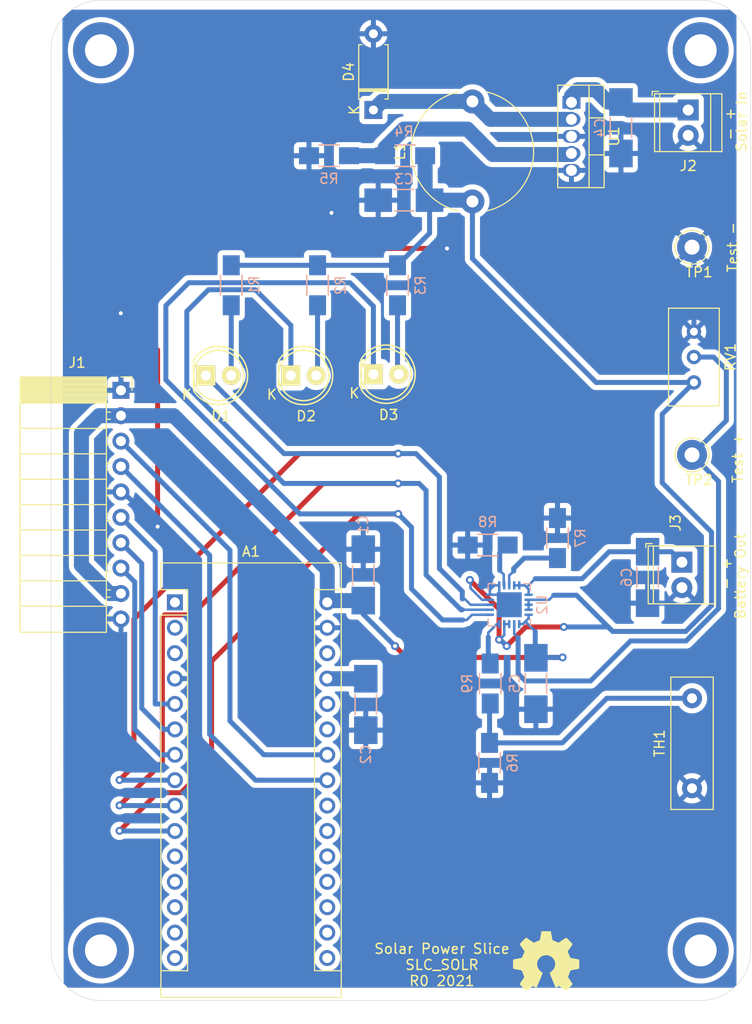
<source format=kicad_pcb>
(kicad_pcb (version 20240108) (generator "pcbnew") (generator_version "8.0")
  (layers (0 "F.Cu" signal) (31 "B.Cu" signal) (34 "B.Paste" user) (35 "F.Paste" user) (36 "B.SilkS" user "B.Silkscreen") (37 "F.SilkS" user "F.Silkscreen") (38 "B.Mask" user) (39 "F.Mask" user) (44 "Edge.Cuts" user))
  (net 0 "")
  (net 1 "Net-(A1-Pad16)")
  (net 2 "Net-(A1-Pad15)")
  (net 3 "Net-(A1-Pad14)")
  (net 4 "GND")
  (net 5 "Net-(A1-Pad13)")
  (net 6 "Net-(A1-Pad28)")
  (net 7 "Net-(A1-Pad12)")
  (net 8 "+5V")
  (net 9 "Net-(A1-Pad11)")
  (net 10 "Net-(A1-Pad26)")
  (net 11 "Net-(A1-Pad25)")
  (net 12 "/I2C_CLK")
  (net 13 "/I2C_DAT")
  (net 14 "Net-(A1-Pad22)")
  (net 15 "/SYNC")
  (net 16 "Net-(A1-Pad21)")
  (net 17 "/E_STOP")
  (net 18 "Net-(A1-Pad20)")
  (net 19 "Net-(A1-Pad19)")
  (net 20 "Net-(A1-Pad3)")
  (net 21 "Net-(A1-Pad18)")
  (net 22 "Net-(A1-Pad2)")
  (net 23 "Net-(A1-Pad17)")
  (net 24 "Net-(A1-Pad1)")
  (net 25 "/INT")
  (net 26 "/CHG")
  (net 27 "/DONE")
  (net 28 "/PG")
  (net 29 "/PWR")
  (net 30 "VCC")
  (net 31 "Net-(C4-Pad1)")
  (net 32 "Net-(C6-Pad1)")
  (net 33 "Net-(D1-Pad2)")
  (net 34 "Net-(D2-Pad2)")
  (net 35 "Net-(D3-Pad2)")
  (net 36 "Net-(D4-Pad1)")
  (net 37 "Net-(R4-Pad1)")
  (net 38 "Net-(R6-Pad2)")
  (net 39 "Net-(R7-Pad1)")
  (net 40 "Net-(R8-Pad1)")
  (net 41 "Net-(R9-Pad1)")
  (net 42 "Net-(RV1-Pad2)")
  (footprint "MountingHole:MountingHole_3.2mm_M3_DIN965_Pad" (layer "F.Cu") (at 127.6 44.8)
    (property "Reference" "H1" (hide yes))
    (property "Value" "MountingHole")
    (pad "1" thru_hole circle (at 0 0) (size 5.6 5.6) (drill 3.2) (layers "*.Cu" "*.Mask"))
  )
  (footprint "MountingHole:MountingHole_3.2mm_M3_DIN965_Pad" (layer "F.Cu") (at 187.6 44.8)
    (property "Reference" "H2" (hide yes))
    (property "Value" "MountingHole")
    (pad "1" thru_hole circle (at 0 0) (size 5.6 5.6) (drill 3.2) (layers "*.Cu" "*.Mask"))
  )
  (footprint "MountingHole:MountingHole_3.2mm_M3_DIN965_Pad" (layer "F.Cu") (at 127.6 134.8)
    (property "Reference" "H3" (hide yes))
    (property "Value" "MountingHole")
    (pad "1" thru_hole circle (at 0 0) (size 5.6 5.6) (drill 3.2) (layers "*.Cu" "*.Mask"))
  )
  (footprint "MountingHole:MountingHole_3.2mm_M3_DIN965_Pad" (layer "F.Cu") (at 187.6 134.8)
    (property "Reference" "H4" (hide yes))
    (property "Value" "MountingHole")
    (pad "1" thru_hole circle (at 0 0) (size 5.6 5.6) (drill 3.2) (layers "*.Cu" "*.Mask"))
  )
  (footprint "Module:Arduino_Nano" (layer "F.Cu") (at 135 100)
    (property "Reference" "A1" (at 7.62 -5.08 0) (layer "F.SilkS"))
    (property "Value" "Arduino_Nano_v3.x")
    (pad "1" thru_hole rect (at 0 0) (size 1.6 1.6) (drill 1) (layers "*.Cu" "*.Mask") (net 24 "Net-(A1-Pad1)"))
    (pad "2" thru_hole oval (at 0 2.54) (size 1.6 1.6) (drill 1) (layers "*.Cu" "*.Mask") (net 22 "Net-(A1-Pad2)"))
    (pad "3" thru_hole oval (at 0 5.08) (size 1.6 1.6) (drill 1) (layers "*.Cu" "*.Mask") (net 20 "Net-(A1-Pad3)"))
    (pad "4" thru_hole oval (at 0 7.62) (size 1.6 1.6) (drill 1) (layers "*.Cu" "*.Mask") (net 4 "GND"))
    (pad "5" thru_hole oval (at 0 10.16) (size 1.6 1.6) (drill 1) (layers "*.Cu" "*.Mask") (net 17 "/E_STOP"))
    (pad "6" thru_hole oval (at 0 12.7) (size 1.6 1.6) (drill 1) (layers "*.Cu" "*.Mask") (net 25 "/INT"))
    (pad "7" thru_hole oval (at 0 15.24) (size 1.6 1.6) (drill 1) (layers "*.Cu" "*.Mask") (net 15 "/SYNC"))
    (pad "8" thru_hole oval (at 0 17.78) (size 1.6 1.6) (drill 1) (layers "*.Cu" "*.Mask") (net 26 "/CHG"))
    (pad "9" thru_hole oval (at 0 20.32) (size 1.6 1.6) (drill 1) (layers "*.Cu" "*.Mask") (net 27 "/DONE"))
    (pad "10" thru_hole oval (at 0 22.86) (size 1.6 1.6) (drill 1) (layers "*.Cu" "*.Mask") (net 28 "/PG"))
    (pad "11" thru_hole oval (at 0 25.4) (size 1.6 1.6) (drill 1) (layers "*.Cu" "*.Mask") (net 9 "Net-(A1-Pad11)"))
    (pad "12" thru_hole oval (at 0 27.94) (size 1.6 1.6) (drill 1) (layers "*.Cu" "*.Mask") (net 7 "Net-(A1-Pad12)"))
    (pad "13" thru_hole oval (at 0 30.48) (size 1.6 1.6) (drill 1) (layers "*.Cu" "*.Mask") (net 5 "Net-(A1-Pad13)"))
    (pad "14" thru_hole oval (at 0 33.02) (size 1.6 1.6) (drill 1) (layers "*.Cu" "*.Mask") (net 3 "Net-(A1-Pad14)"))
    (pad "15" thru_hole oval (at 0 35.56) (size 1.6 1.6) (drill 1) (layers "*.Cu" "*.Mask") (net 2 "Net-(A1-Pad15)"))
    (pad "16" thru_hole oval (at 15.24 35.56) (size 1.6 1.6) (drill 1) (layers "*.Cu" "*.Mask") (net 1 "Net-(A1-Pad16)"))
    (pad "17" thru_hole oval (at 15.24 33.02) (size 1.6 1.6) (drill 1) (layers "*.Cu" "*.Mask") (net 23 "Net-(A1-Pad17)"))
    (pad "18" thru_hole oval (at 15.24 30.48) (size 1.6 1.6) (drill 1) (layers "*.Cu" "*.Mask") (net 21 "Net-(A1-Pad18)"))
    (pad "19" thru_hole oval (at 15.24 27.94) (size 1.6 1.6) (drill 1) (layers "*.Cu" "*.Mask") (net 19 "Net-(A1-Pad19)"))
    (pad "20" thru_hole oval (at 15.24 25.4) (size 1.6 1.6) (drill 1) (layers "*.Cu" "*.Mask") (net 18 "Net-(A1-Pad20)"))
    (pad "21" thru_hole oval (at 15.24 22.86) (size 1.6 1.6) (drill 1) (layers "*.Cu" "*.Mask") (net 16 "Net-(A1-Pad21)"))
    (pad "22" thru_hole oval (at 15.24 20.32) (size 1.6 1.6) (drill 1) (layers "*.Cu" "*.Mask") (net 14 "Net-(A1-Pad22)"))
    (pad "23" thru_hole oval (at 15.24 17.78) (size 1.6 1.6) (drill 1) (layers "*.Cu" "*.Mask") (net 13 "/I2C_DAT"))
    (pad "24" thru_hole oval (at 15.24 15.24) (size 1.6 1.6) (drill 1) (layers "*.Cu" "*.Mask") (net 12 "/I2C_CLK"))
    (pad "25" thru_hole oval (at 15.24 12.7) (size 1.6 1.6) (drill 1) (layers "*.Cu" "*.Mask") (net 11 "Net-(A1-Pad25)"))
    (pad "26" thru_hole oval (at 15.24 10.16) (size 1.6 1.6) (drill 1) (layers "*.Cu" "*.Mask") (net 10 "Net-(A1-Pad26)"))
    (pad "27" thru_hole oval (at 15.24 7.62) (size 1.6 1.6) (drill 1) (layers "*.Cu" "*.Mask") (net 8 "+5V"))
    (pad "28" thru_hole oval (at 15.24 5.08) (size 1.6 1.6) (drill 1) (layers "*.Cu" "*.Mask") (net 6 "Net-(A1-Pad28)"))
    (pad "29" thru_hole oval (at 15.24 2.54) (size 1.6 1.6) (drill 1) (layers "*.Cu" "*.Mask") (net 4 "GND"))
    (pad "30" thru_hole oval (at 15.24 0) (size 1.6 1.6) (drill 1) (layers "*.Cu" "*.Mask") (net 29 "/PWR"))
  )
  (footprint "Connector_PinSocket_2.54mm:PinSocket_1x10_P2.54mm_Horizontal" (layer "F.Cu") (at 129.6 78.8)
    (property "Reference" "J1" (at -4.38 -2.77 0) (layer "F.SilkS"))
    (property "Value" "Conn_01x10_Female")
    (pad "1" thru_hole rect (at 0 0) (size 1.7 1.7) (drill 1) (layers "*.Cu" "*.Mask") (net 4 "GND"))
    (pad "2" thru_hole oval (at 0 2.54) (size 1.7 1.7) (drill 1) (layers "*.Cu" "*.Mask") (net 29 "/PWR"))
    (pad "3" thru_hole oval (at 0 5.08) (size 1.7 1.7) (drill 1) (layers "*.Cu" "*.Mask") (net 12 "/I2C_CLK"))
    (pad "4" thru_hole oval (at 0 7.62) (size 1.7 1.7) (drill 1) (layers "*.Cu" "*.Mask") (net 13 "/I2C_DAT"))
    (pad "5" thru_hole oval (at 0 10.16) (size 1.7 1.7) (drill 1) (layers "*.Cu" "*.Mask") (net 4 "GND"))
    (pad "6" thru_hole oval (at 0 12.7) (size 1.7 1.7) (drill 1) (layers "*.Cu" "*.Mask") (net 17 "/E_STOP"))
    (pad "7" thru_hole oval (at 0 15.24) (size 1.7 1.7) (drill 1) (layers "*.Cu" "*.Mask") (net 25 "/INT"))
    (pad "8" thru_hole oval (at 0 17.78) (size 1.7 1.7) (drill 1) (layers "*.Cu" "*.Mask") (net 15 "/SYNC"))
    (pad "9" thru_hole oval (at 0 20.32) (size 1.7 1.7) (drill 1) (layers "*.Cu" "*.Mask") (net 29 "/PWR"))
    (pad "10" thru_hole oval (at 0 22.86) (size 1.7 1.7) (drill 1) (layers "*.Cu" "*.Mask") (net 4 "GND"))
  )
  (footprint "Symbol:OSHW-Symbol_6.7x6mm_SilkScreen" (layer "F.Cu") (at 172.13 135.863)
    (property "Reference" "Logo1" (hide yes))
    (property "Value" "Logo_Open_Hardware_Small" (hide yes))
  )
  (footprint "OCI_UPL_FOOTPRINTS:LED-5MM" (layer "F.Cu") (at 138.094 77.316)
    (property "Reference" "D1" (at 1.524 4.064 0) (layer "F.SilkS"))
    (property "Value" "LED")
    (fp_text user "K" (at -1.905 1.905 0) (layer "F.SilkS"))
    (pad "1" thru_hole rect (at 0 0 90) (size 2 1.9) (drill 1.00076) (layers "*.Cu" "*.Mask" "F.SilkS") (net 26 "/CHG"))
    (pad "2" thru_hole circle (at 2.54 0) (size 1.9 1.9) (drill 1.00076) (layers "*.Cu" "*.Mask" "F.SilkS") (net 33 "Net-(D1-Pad2)"))
  )
  (footprint "OCI_UPL_FOOTPRINTS:LED-5MM" (layer "F.Cu") (at 146.603 77.316)
    (property "Reference" "D2" (at 1.524 4.064 0) (layer "F.SilkS"))
    (property "Value" "LED")
    (fp_text user "K" (at -1.905 1.905 0) (layer "F.SilkS"))
    (pad "1" thru_hole rect (at 0 0 90) (size 2 1.9) (drill 1.00076) (layers "*.Cu" "*.Mask" "F.SilkS") (net 27 "/DONE"))
    (pad "2" thru_hole circle (at 2.54 0) (size 1.9 1.9) (drill 1.00076) (layers "*.Cu" "*.Mask" "F.SilkS") (net 34 "Net-(D2-Pad2)"))
  )
  (footprint "OCI_UPL_FOOTPRINTS:LED-5MM" (layer "F.Cu") (at 154.858 77.189)
    (property "Reference" "D3" (at 1.524 4.064 0) (layer "F.SilkS"))
    (property "Value" "LED")
    (fp_text user "K" (at -1.905 1.905 0) (layer "F.SilkS"))
    (pad "1" thru_hole rect (at 0 0 90) (size 2 1.9) (drill 1.00076) (layers "*.Cu" "*.Mask" "F.SilkS") (net 28 "/PG"))
    (pad "2" thru_hole circle (at 2.54 0) (size 1.9 1.9) (drill 1.00076) (layers "*.Cu" "*.Mask" "F.SilkS") (net 35 "Net-(D3-Pad2)"))
  )
  (footprint "Diode_THT:D_A-405_P7.62mm_Horizontal" (layer "F.Cu") (at 154.858 50.773 90)
    (property "Reference" "D4" (at 3.81 -2.47 90) (layer "F.SilkS"))
    (property "Value" "D_Schottky")
    (fp_text user "K" (at 0 -1.9 90) (layer "F.SilkS"))
    (pad "1" thru_hole rect (at 0 0 90) (size 1.8 1.8) (drill 0.9) (layers "*.Cu" "*.Mask") (net 36 "Net-(D4-Pad1)"))
    (pad "2" thru_hole oval (at 7.62 0 90) (size 1.8 1.8) (drill 0.9) (layers "*.Cu" "*.Mask") (net 4 "GND"))
  )
  (footprint "TerminalBlock_TE-Connectivity:TerminalBlock_TE_282834-2_1x02_P2.54mm_Horizontal" (layer "F.Cu") (at 186.354 50.773 -90)
    (property "Reference" "J2" (at 5.588 0 180) (layer "F.SilkS"))
    (property "Value" "Screw_Terminal_01x02")
    (pad "1" thru_hole rect (at 0 0 270) (size 2.1 2.1) (drill 1.1) (layers "*.Cu" "*.Mask") (net 31 "Net-(C4-Pad1)"))
    (pad "2" thru_hole circle (at 2.54 0 270) (size 2.1 2.1) (drill 1.1) (layers "*.Cu" "*.Mask") (net 4 "GND"))
  )
  (footprint "TerminalBlock_TE-Connectivity:TerminalBlock_TE_282834-2_1x02_P2.54mm_Horizontal" (layer "F.Cu") (at 185.719 95.985 -90)
    (property "Reference" "J3" (at -3.937 0.635 90) (layer "F.SilkS"))
    (property "Value" "Screw_Terminal_01x02")
    (pad "1" thru_hole rect (at 0 0 270) (size 2.1 2.1) (drill 1.1) (layers "*.Cu" "*.Mask") (net 32 "Net-(C6-Pad1)"))
    (pad "2" thru_hole circle (at 2.54 0 270) (size 2.1 2.1) (drill 1.1) (layers "*.Cu" "*.Mask") (net 4 "GND"))
  )
  (footprint "Inductor_THT:L_Radial_D12.0mm_P10.00mm_Neosid_SD12k_style1" (layer "F.Cu") (at 164.764 59.917 90)
    (property "Reference" "L1" (at 5 -7.25 90) (layer "F.SilkS"))
    (property "Value" "100 uH")
    (pad "1" thru_hole circle (at 0 0 90) (size 2.4 2.4) (drill 1.2) (layers "*.Cu" "*.Mask") (net 30 "VCC"))
    (pad "2" thru_hole circle (at 10 0 90) (size 2.4 2.4) (drill 1.2) (layers "*.Cu" "*.Mask") (net 36 "Net-(D4-Pad1)"))
  )
  (footprint "Potentiometer_THT:Potentiometer_Bourns_3296W_Vertical" (layer "F.Cu") (at 186.9255 78.0145 -90)
    (property "Reference" "RV1" (at -2.54 -3.66 90) (layer "F.SilkS"))
    (property "Value" "500k")
    (pad "1" thru_hole circle (at 0 0 270) (size 1.44 1.44) (drill 0.8) (layers "*.Cu" "*.Mask") (net 30 "VCC"))
    (pad "2" thru_hole circle (at -2.54 0 270) (size 1.44 1.44) (drill 0.8) (layers "*.Cu" "*.Mask") (net 42 "Net-(RV1-Pad2)"))
    (pad "3" thru_hole circle (at -5.08 0 270) (size 1.44 1.44) (drill 0.8) (layers "*.Cu" "*.Mask") (net 4 "GND"))
  )
  (footprint "Resistor_THT:R_Box_L13.0mm_W4.0mm_P9.00mm" (layer "F.Cu") (at 186.735 118.591 90)
    (property "Reference" "TH1" (at 4.5 -3.25 90) (layer "F.SilkS"))
    (property "Value" "10k")
    (pad "1" thru_hole circle (at 0 0 90) (size 2 2) (drill 1) (layers "*.Cu" "*.Mask") (net 4 "GND"))
    (pad "2" thru_hole circle (at 9 0 90) (size 2 2) (drill 1) (layers "*.Cu" "*.Mask") (net 38 "Net-(R6-Pad2)"))
  )
  (footprint "TestPoint:TestPoint_Loop_D2.54mm_Drill1.5mm_Beaded" (layer "F.Cu") (at 186.735 85.2535)
    (property "Reference" "TP2" (at 0.7 2.5 0) (layer "F.SilkS"))
    (property "Value" "TestPoint")
    (pad "1" thru_hole circle (at 0 0) (size 3 3) (drill 1.5) (layers "*.Cu" "*.Mask") (net 42 "Net-(RV1-Pad2)"))
  )
  (footprint "TestPoint:TestPoint_Loop_D2.54mm_Drill1.5mm_Beaded" (layer "F.Cu") (at 186.735 64.489)
    (property "Reference" "TP1" (at 0.7 2.5 0) (layer "F.SilkS"))
    (property "Value" "TestPoint")
    (pad "1" thru_hole circle (at 0 0) (size 3 3) (drill 1.5) (layers "*.Cu" "*.Mask") (net 4 "GND"))
  )
  (footprint "Package_TO_SOT_THT:TO-220-5_Vertical" (layer "F.Cu") (at 174.67 50.011 -90)
    (property "Reference" "U1" (at 3.4 -4.27 90) (layer "F.SilkS"))
    (property "Value" "LM2576HVT-ADJ")
    (pad "1" thru_hole rect (at 0 0 270) (size 1.275 1.8) (drill 1.1) (layers "*.Cu" "*.Mask") (net 31 "Net-(C4-Pad1)"))
    (pad "2" thru_hole oval (at 1.7 0 270) (size 1.275 1.8) (drill 1.1) (layers "*.Cu" "*.Mask") (net 36 "Net-(D4-Pad1)"))
    (pad "3" thru_hole oval (at 3.4 0 270) (size 1.275 1.8) (drill 1.1) (layers "*.Cu" "*.Mask") (net 4 "GND"))
    (pad "4" thru_hole oval (at 5.1 0 270) (size 1.275 1.8) (drill 1.1) (layers "*.Cu" "*.Mask") (net 37 "Net-(R4-Pad1)"))
    (pad "5" thru_hole oval (at 6.8 0 270) (size 1.275 1.8) (drill 1.1) (layers "*.Cu" "*.Mask") (net 4 "GND"))
  )
  (footprint "OCI_UPL_FOOTPRINTS:C_2312" (layer "B.Cu") (at 154.096 110.209 -90)
    (property "Reference" "C2" (at 5 0 90) (layer "B.SilkS") (effects (justify mirror)))
    (property "Value" "10uF_t")
    (pad "1" smd rect (at -2.57 0 270) (size 2.77 2.35) (layers "B.Cu" "B.Paste" "B.Mask") (net 8 "+5V"))
    (pad "2" smd rect (at 2.57 0 270) (size 2.77 2.35) (layers "B.Cu" "B.Paste" "B.Mask") (net 4 "GND"))
  )
  (footprint "OCI_UPL_FOOTPRINTS:C_2312" (layer "B.Cu") (at 153.842 97.255 90)
    (property "Reference" "C1" (at 5 0 90) (layer "B.SilkS") (effects (justify mirror)))
    (property "Value" "10uF_t")
    (pad "1" smd rect (at -2.57 0 90) (size 2.77 2.35) (layers "B.Cu" "B.Paste" "B.Mask") (net 29 "/PWR"))
    (pad "2" smd rect (at 2.57 0 90) (size 2.77 2.35) (layers "B.Cu" "B.Paste" "B.Mask") (net 4 "GND"))
  )
  (footprint "OCI_UPL_FOOTPRINTS:C_2312" (layer "B.Cu") (at 157.906 59.79 180)
    (property "Reference" "C3" (at 0 2.1 0) (layer "B.SilkS") (effects (justify mirror)))
    (property "Value" "1000 uF")
    (pad "1" smd rect (at -2.57 0 180) (size 2.77 2.35) (layers "B.Cu" "B.Paste" "B.Mask") (net 30 "VCC"))
    (pad "2" smd rect (at 2.57 0 180) (size 2.77 2.35) (layers "B.Cu" "B.Paste" "B.Mask") (net 4 "GND"))
  )
  (footprint "OCI_UPL_FOOTPRINTS:C_2312" (layer "B.Cu") (at 179.623 52.551 -90)
    (property "Reference" "C4" (at 0 2.1 -90) (layer "B.SilkS") (effects (justify mirror)))
    (property "Value" "4700 uF")
    (pad "1" smd rect (at -2.57 0 270) (size 2.77 2.35) (layers "B.Cu" "B.Paste" "B.Mask") (net 31 "Net-(C4-Pad1)"))
    (pad "2" smd rect (at 2.57 0 270) (size 2.77 2.35) (layers "B.Cu" "B.Paste" "B.Mask") (net 4 "GND"))
  )
  (footprint "OCI_UPL_FOOTPRINTS:C_2312" (layer "B.Cu") (at 171.114 108.1135 -90)
    (property "Reference" "C5" (at 0 2.1 -90) (layer "B.SilkS") (effects (justify mirror)))
    (property "Value" "10uF_t")
    (pad "1" smd rect (at -2.57 0 270) (size 2.77 2.35) (layers "B.Cu" "B.Paste" "B.Mask") (net 29 "/PWR"))
    (pad "2" smd rect (at 2.57 0 270) (size 2.77 2.35) (layers "B.Cu" "B.Paste" "B.Mask") (net 4 "GND"))
  )
  (footprint "OCI_UPL_FOOTPRINTS:C_2312" (layer "B.Cu") (at 182.29 97.509 -90)
    (property "Reference" "C6" (at 0 2.1 -90) (layer "B.SilkS") (effects (justify mirror)))
    (property "Value" "10uF_t")
    (pad "1" smd rect (at -2.57 0 270) (size 2.77 2.35) (layers "B.Cu" "B.Paste" "B.Mask") (net 32 "Net-(C6-Pad1)"))
    (pad "2" smd rect (at 2.57 0 270) (size 2.77 2.35) (layers "B.Cu" "B.Paste" "B.Mask") (net 4 "GND"))
  )
  (footprint "OCI_UPL_FOOTPRINTS:R_1206_HandSoldering" (layer "B.Cu") (at 140.634 68.299 90)
    (property "Reference" "R1" (at 0 2.3 90) (layer "B.SilkS") (effects (justify mirror)))
    (property "Value" "1k")
    (pad "1" smd rect (at -2 0 90) (size 2 1.7) (layers "B.Cu" "B.Paste" "B.Mask") (net 33 "Net-(D1-Pad2)"))
    (pad "2" smd rect (at 2 0 90) (size 2 1.7) (layers "B.Cu" "B.Paste" "B.Mask") (net 30 "VCC"))
  )
  (footprint "OCI_UPL_FOOTPRINTS:R_1206_HandSoldering" (layer "B.Cu") (at 149.27 68.299 90)
    (property "Reference" "R2" (at 0 2.3 90) (layer "B.SilkS") (effects (justify mirror)))
    (property "Value" "1k")
    (pad "1" smd rect (at -2 0 90) (size 2 1.7) (layers "B.Cu" "B.Paste" "B.Mask") (net 34 "Net-(D2-Pad2)"))
    (pad "2" smd rect (at 2 0 90) (size 2 1.7) (layers "B.Cu" "B.Paste" "B.Mask") (net 30 "VCC"))
  )
  (footprint "OCI_UPL_FOOTPRINTS:R_1206_HandSoldering" (layer "B.Cu") (at 157.271 68.299 90)
    (property "Reference" "R3" (at 0 2.3 -90) (layer "B.SilkS") (effects (justify mirror)))
    (property "Value" "1k")
    (pad "1" smd rect (at -2 0 90) (size 2 1.7) (layers "B.Cu" "B.Paste" "B.Mask") (net 35 "Net-(D3-Pad2)"))
    (pad "2" smd rect (at 2 0 90) (size 2 1.7) (layers "B.Cu" "B.Paste" "B.Mask") (net 30 "VCC"))
  )
  (footprint "OCI_UPL_FOOTPRINTS:R_1206_HandSoldering" (layer "B.Cu") (at 158.033 55.345)
    (property "Reference" "R4" (at -0.127 -2.413 0) (layer "B.SilkS") (effects (justify mirror)))
    (property "Value" "5k")
    (pad "1" smd rect (at -2 0) (size 2 1.7) (layers "B.Cu" "B.Paste" "B.Mask") (net 37 "Net-(R4-Pad1)"))
    (pad "2" smd rect (at 2 0) (size 2 1.7) (layers "B.Cu" "B.Paste" "B.Mask") (net 30 "VCC"))
  )
  (footprint "OCI_UPL_FOOTPRINTS:R_1206_HandSoldering" (layer "B.Cu") (at 150.413 55.345)
    (property "Reference" "R5" (at 0 2.3 180) (layer "B.SilkS") (effects (justify mirror)))
    (property "Value" "1.2k")
    (pad "1" smd rect (at -2 0) (size 2 1.7) (layers "B.Cu" "B.Paste" "B.Mask") (net 4 "GND"))
    (pad "2" smd rect (at 2 0) (size 2 1.7) (layers "B.Cu" "B.Paste" "B.Mask") (net 37 "Net-(R4-Pad1)"))
  )
  (footprint "OCI_UPL_FOOTPRINTS:R_1206_HandSoldering" (layer "B.Cu") (at 166.4785 116.051 90)
    (property "Reference" "R6" (at 0 2.3 -90) (layer "B.SilkS") (effects (justify mirror)))
    (property "Value" "100k")
    (pad "1" smd rect (at -2 0 90) (size 2 1.7) (layers "B.Cu" "B.Paste" "B.Mask") (net 4 "GND"))
    (pad "2" smd rect (at 2 0 90) (size 2 1.7) (layers "B.Cu" "B.Paste" "B.Mask") (net 38 "Net-(R6-Pad2)"))
  )
  (footprint "OCI_UPL_FOOTPRINTS:R_1206_HandSoldering" (layer "B.Cu") (at 173.273 93.572 90)
    (property "Reference" "R7" (at 0 2.3 90) (layer "B.SilkS") (effects (justify mirror)))
    (property "Value" "2k")
    (pad "1" smd rect (at -2 0 90) (size 2 1.7) (layers "B.Cu" "B.Paste" "B.Mask") (net 39 "Net-(R7-Pad1)"))
    (pad "2" smd rect (at 2 0 90) (size 2 1.7) (layers "B.Cu" "B.Paste" "B.Mask") (net 4 "GND"))
  )
  (footprint "OCI_UPL_FOOTPRINTS:R_1206_HandSoldering" (layer "B.Cu") (at 166.288 94.2705 180)
    (property "Reference" "R8" (at 0 2.3 0) (layer "B.SilkS") (effects (justify mirror)))
    (property "Value" "100k")
    (pad "1" smd rect (at -2 0 180) (size 2 1.7) (layers "B.Cu" "B.Paste" "B.Mask") (net 40 "Net-(R8-Pad1)"))
    (pad "2" smd rect (at 2 0 180) (size 2 1.7) (layers "B.Cu" "B.Paste" "B.Mask") (net 4 "GND"))
  )
  (footprint "OCI_UPL_FOOTPRINTS:R_1206_HandSoldering" (layer "B.Cu") (at 166.542 108.1135 -90)
    (property "Reference" "R9" (at 0 2.3 -90) (layer "B.SilkS") (effects (justify mirror)))
    (property "Value" "1k")
    (pad "1" smd rect (at -2 0 270) (size 2 1.7) (layers "B.Cu" "B.Paste" "B.Mask") (net 41 "Net-(R9-Pad1)"))
    (pad "2" smd rect (at 2 0 270) (size 2 1.7) (layers "B.Cu" "B.Paste" "B.Mask") (net 38 "Net-(R6-Pad2)"))
  )
  (footprint "Package_DFN_QFN:QFN-20-1EP_4x4mm_P0.5mm_EP2.5x2.5mm" (layer "B.Cu") (at 168.447 100.2395 90)
    (property "Reference" "U2" (at 0 3.3 90) (layer "B.SilkS") (effects (justify mirror)))
    (property "Value" "MCP73871")
    (pad "1" smd roundrect (at -1.9375 1 90) (size 0.825 0.25) (layers "B.Cu" "B.Paste" "B.Mask") (net 29 "/PWR"))
    (pad "2" smd roundrect (at -1.9375 0.5 90) (size 0.825 0.25) (layers "B.Cu" "B.Paste" "B.Mask") (net 42 "Net-(RV1-Pad2)"))
    (pad "3" smd roundrect (at -1.9375 0 90) (size 0.825 0.25) (layers "B.Cu" "B.Paste" "B.Mask") (net 30 "VCC"))
    (pad "4" smd roundrect (at -1.9375 -0.5 90) (size 0.825 0.25) (layers "B.Cu" "B.Paste" "B.Mask") (net 30 "VCC"))
    (pad "5" smd roundrect (at -1.9375 -1 90) (size 0.825 0.25) (layers "B.Cu" "B.Paste" "B.Mask") (net 41 "Net-(R9-Pad1)"))
    (pad "6" smd roundrect (at -1 -1.9375 90) (size 0.25 0.825) (layers "B.Cu" "B.Paste" "B.Mask") (net 28 "/PG"))
    (pad "7" smd roundrect (at -0.5 -1.9375 90) (size 0.25 0.825) (layers "B.Cu" "B.Paste" "B.Mask") (net 27 "/DONE"))
    (pad "8" smd roundrect (at 0 -1.9375 90) (size 0.25 0.825) (layers "B.Cu" "B.Paste" "B.Mask") (net 26 "/CHG"))
    (pad "9" smd roundrect (at 0.5 -1.9375 90) (size 0.25 0.825) (layers "B.Cu" "B.Paste" "B.Mask") (net 30 "VCC"))
    (pad "10" smd roundrect (at 1 -1.9375 90) (size 0.25 0.825) (layers "B.Cu" "B.Paste" "B.Mask") (net 4 "GND"))
    (pad "11" smd roundrect (at 1.9375 -1 90) (size 0.825 0.25) (layers "B.Cu" "B.Paste" "B.Mask") (net 4 "GND"))
    (pad "12" smd roundrect (at 1.9375 -0.5 90) (size 0.825 0.25) (layers "B.Cu" "B.Paste" "B.Mask") (net 40 "Net-(R8-Pad1)"))
    (pad "13" smd roundrect (at 1.9375 0 90) (size 0.825 0.25) (layers "B.Cu" "B.Paste" "B.Mask") (net 39 "Net-(R7-Pad1)"))
    (pad "14" smd roundrect (at 1.9375 0.5 90) (size 0.825 0.25) (layers "B.Cu" "B.Paste" "B.Mask") (net 32 "Net-(C6-Pad1)"))
    (pad "15" smd roundrect (at 1.9375 1 90) (size 0.825 0.25) (layers "B.Cu" "B.Paste" "B.Mask") (net 32 "Net-(C6-Pad1)"))
    (pad "16" smd roundrect (at 1 1.9375 90) (size 0.25 0.825) (layers "B.Cu" "B.Paste" "B.Mask") (net 32 "Net-(C6-Pad1)"))
    (pad "17" smd roundrect (at 0.5 1.9375 90) (size 0.25 0.825) (layers "B.Cu" "B.Paste" "B.Mask") (net 30 "VCC"))
    (pad "18" smd roundrect (at 0 1.9375 90) (size 0.25 0.825) (layers "B.Cu" "B.Paste" "B.Mask") (net 30 "VCC"))
    (pad "19" smd roundrect (at -0.5 1.9375 90) (size 0.25 0.825) (layers "B.Cu" "B.Paste" "B.Mask") (net 30 "VCC"))
    (pad "20" smd roundrect (at -1 1.9375 90) (size 0.25 0.825) (layers "B.Cu" "B.Paste" "B.Mask") (net 29 "/PWR"))
    (pad "21" smd rect (at 0 0 90) (size 2.5 2.5) (layers "B.Cu" "B.Mask") (net 4 "GND"))
  )
  (gr_line (start 192.6 44.8) (end 192.6 134.8) (stroke (width 0.05)) (layer "Edge.Cuts"))
  (gr_arc (start 187.6 39.8) (mid 191.135534 41.264466) (end 192.6 44.8) (stroke (width 0.05)) (layer "Edge.Cuts"))
  (gr_arc (start 122.6 44.8) (mid 124.064466 41.264466) (end 127.6 39.8) (stroke (width 0.05)) (layer "Edge.Cuts"))
  (gr_arc (start 192.6 134.8) (mid 191.135534 138.335534) (end 187.6 139.8) (stroke (width 0.05)) (layer "Edge.Cuts"))
  (gr_line (start 122.6 134.8) (end 122.6 44.8) (stroke (width 0.05)) (layer "Edge.Cuts"))
  (gr_line (start 127.6 139.8) (end 187.6 139.8) (stroke (width 0.05)) (layer "Edge.Cuts"))
  (gr_arc (start 127.6 139.8) (mid 124.064466 138.335534) (end 122.6 134.8) (stroke (width 0.05)) (layer "Edge.Cuts"))
  (gr_line (start 127.6 39.8) (end 187.6 39.8) (stroke (width 0.05)) (layer "Edge.Cuts"))
  (gr_text "- +" (at 190.164 97.128 90) (layer "F.SilkS") (effects (font (size 1 1))))
  (gr_text "Test -" (at 190.799 64.489 90) (layer "F.SilkS") (effects (font (size 1 1))))
  (gr_text "Solar In" (at 191.688 51.916 90) (layer "F.SilkS") (effects (font (size 1 1))))
  (gr_text "Battery Out" (at 191.561 97.382 90) (layer "F.SilkS") (effects (font (size 1 1))))
  (gr_text "Solar Power Slice\nSLC_SOLR\nR0 2021" (at 161.716 136.244 0) (layer "F.SilkS") (effects (font (size 1 1))))
  (gr_text "- +" (at 190.545 52.17 90) (layer "F.SilkS") (effects (font (size 1 1))))
  (gr_text "Test +" (at 191.307 85.571 90) (layer "F.SilkS") (effects (font (size 1 1))))
  (segment (start 129.585 71.093) (end 133.268 74.776) (width 0.5) (layer "F.Cu") (net 4))
  (segment (start 133.268 74.776) (end 133.268 92.429) (width 0.5) (layer "F.Cu") (net 4))
  (segment (start 154.223 64.616) (end 162.224 64.616) (width 0.5) (layer "F.Cu") (net 4))
  (segment (start 150.667 61.06) (end 154.223 64.616) (width 0.5) (layer "F.Cu") (net 4))
  (via (at 129.585 71.093) (size 0.8) (drill 0.4) (layers "F.Cu" "B.Cu") (net 4))
  (via (at 150.667 61.06) (size 0.8) (drill 0.4) (layers "F.Cu" "B.Cu") (net 4))
  (via (at 133.268 92.429) (size 0.8) (drill 0.4) (layers "F.Cu" "B.Cu") (net 4))
  (via (at 162.224 64.616) (size 0.8) (drill 0.4) (layers "F.Cu" "B.Cu") (net 4))
  (segment (start 129.6 78.8) (end 129.6 71.108) (width 0.5) (layer "B.Cu") (net 4))
  (segment (start 166.5095 98.748) (end 166.9555 98.302) (width 0.25) (layer "B.Cu") (net 4))
  (segment (start 186.9255 72.9345) (end 186.9255 64.6795) (width 0.5) (layer "B.Cu") (net 4))
  (segment (start 167.447 99.2395) (end 168.447 100.2395) (width 0.25) (layer "B.Cu") (net 4))
  (segment (start 167.447 98.302) (end 167.447 99.2395) (width 0.25) (layer "B.Cu") (net 4))
  (segment (start 133.268 92.429) (end 129.799 88.96) (width 0.5) (layer "B.Cu") (net 4))
  (segment (start 166.5095 99.2395) (end 167.447 99.2395) (width 0.25) (layer "B.Cu") (net 4))
  (segment (start 129.799 88.96) (end 129.6 88.96) (width 0.5) (layer "B.Cu") (net 4))
  (segment (start 186.9255 64.6795) (end 186.735 64.489) (width 0.5) (layer "B.Cu") (net 4))
  (segment (start 166.5095 99.2395) (end 166.5095 98.748) (width 0.25) (layer "B.Cu") (net 4))
  (segment (start 166.9555 98.302) (end 167.447 98.302) (width 0.25) (layer "B.Cu") (net 4))
  (segment (start 155.336 59.79) (end 151.937 59.79) (width 0.5) (layer "B.Cu") (net 4))
  (segment (start 151.937 59.79) (end 150.667 61.06) (width 0.5) (layer "B.Cu") (net 4))
  (segment (start 129.6 71.108) (end 129.585 71.093) (width 0.5) (layer "B.Cu") (net 4))
  (segment (start 150.259 107.639) (end 150.24 107.62) (width 1.5) (layer "B.Cu") (net 8))
  (segment (start 154.096 107.639) (end 150.259 107.639) (width 1.5) (layer "B.Cu") (net 8))
  (segment (start 140.507 111.86) (end 140.507 94.787) (width 0.5) (layer "B.Cu") (net 12))
  (segment (start 140.507 94.787) (end 129.6 83.88) (width 0.5) (layer "B.Cu") (net 12))
  (segment (start 143.887 115.24) (end 140.507 111.86) (width 0.5) (layer "B.Cu") (net 12))
  (segment (start 150.24 115.24) (end 143.887 115.24) (width 0.5) (layer "B.Cu") (net 12))
  (segment (start 138.475 113.1935) (end 143.0615 117.78) (width 0.5) (layer "B.Cu") (net 13))
  (segment (start 129.6 86.42) (end 138.475 95.295) (width 0.5) (layer "B.Cu") (net 13))
  (segment (start 143.0615 117.78) (end 150.24 117.78) (width 0.5) (layer "B.Cu") (net 13))
  (segment (start 138.475 95.295) (end 138.475 113.1935) (width 0.5) (layer "B.Cu") (net 13))
  (segment (start 130.982 97.962) (end 129.6 96.58) (width 0.5) (layer "B.Cu") (net 15))
  (segment (start 130.982 112.6855) (end 130.982 97.962) (width 0.5) (layer "B.Cu") (net 15))
  (segment (start 133.5365 115.24) (end 130.982 112.6855) (width 0.5) (layer "B.Cu") (net 15))
  (segment (start 135 115.24) (end 133.5365 115.24) (width 0.5) (layer "B.Cu") (net 15))
  (segment (start 133.0285 110.16) (end 133.0285 94.9285) (width 0.5) (layer "B.Cu") (net 17))
  (segment (start 135 110.16) (end 133.0285 110.16) (width 0.5) (layer "B.Cu") (net 17))
  (segment (start 133.0285 94.9285) (end 129.6 91.5) (width 0.5) (layer "B.Cu") (net 17))
  (segment (start 133.7905 112.7) (end 131.68201 110.59151) (width 0.5) (layer "B.Cu") (net 25))
  (segment (start 135 112.7) (end 133.7905 112.7) (width 0.5) (layer "B.Cu") (net 25))
  (segment (start 131.68201 110.59151) (end 131.68201 96.12201) (width 0.5) (layer "B.Cu") (net 25))
  (segment (start 131.68201 96.12201) (end 129.6 94.04) (width 0.5) (layer "B.Cu") (net 25))
  (segment (start 129.458 117.7655) (end 130.900001 116.323499) (width 0.5) (layer "F.Cu") (net 26))
  (segment (start 130.900001 101.689997) (end 147.463498 85.1265) (width 0.5) (layer "F.Cu") (net 26))
  (segment (start 147.463498 85.1265) (end 157.3345 85.1265) (width 0.5) (layer "F.Cu") (net 26))
  (segment (start 130.900001 116.323499) (end 130.900001 101.689997) (width 0.5) (layer "F.Cu") (net 26))
  (via (at 157.3345 85.1265) (size 0.8) (drill 0.4) (layers "F.Cu" "B.Cu") (net 26))
  (via (at 129.458 117.7655) (size 0.8) (drill 0.4) (layers "F.Cu" "B.Cu") (net 26))
  (segment (start 135 117.78) (end 129.4725 117.78) (width 0.5) (layer "B.Cu") (net 26))
  (segment (start 164.002 99.668) (end 163.748 99.668) (width 0.25) (layer "B.Cu") (net 26))
  (segment (start 164.5735 100.2395) (end 164.002 99.668) (width 0.25) (layer "B.Cu") (net 26))
  (segment (start 161.462 96.62) (end 161.462 87.476) (width 0.5) (layer "B.Cu") (net 26))
  (segment (start 145.9045 85.1265) (end 138.094 77.316) (width 0.5) (layer "B.Cu") (net 26))
  (segment (start 161.462 87.476) (end 159.1125 85.1265) (width 0.5) (layer "B.Cu") (net 26))
  (segment (start 163.748 98.906) (end 161.462 96.62) (width 0.5) (layer "B.Cu") (net 26))
  (segment (start 129.4725 117.78) (end 129.458 117.7655) (width 0.5) (layer "B.Cu") (net 26))
  (segment (start 159.1125 85.1265) (end 157.3345 85.1265) (width 0.5) (layer "B.Cu") (net 26))
  (segment (start 166.5095 100.2395) (end 164.5735 100.2395) (width 0.25) (layer "B.Cu") (net 26))
  (segment (start 163.748 99.668) (end 163.748 98.906) (width 0.5) (layer "B.Cu") (net 26))
  (segment (start 157.3345 85.1265) (end 145.9045 85.1265) (width 0.5) (layer "B.Cu") (net 26))
  (segment (start 149.8415 88.111) (end 157.3345 88.111) (width 0.5) (layer "F.Cu") (net 27))
  (segment (start 133.749999 116.013501) (end 133.749999 101.472001) (width 0.5) (layer "F.Cu") (net 27))
  (segment (start 133.749999 101.472001) (end 133.971999 101.250001) (width 0.5) (layer "F.Cu") (net 27))
  (segment (start 136.702499 101.250001) (end 149.8415 88.111) (width 0.5) (layer "F.Cu") (net 27))
  (segment (start 133.971999 101.250001) (end 136.702499 101.250001) (width 0.5) (layer "F.Cu") (net 27))
  (segment (start 129.458 120.3055) (end 133.749999 116.013501) (width 0.5) (layer "F.Cu") (net 27))
  (via (at 129.458 120.3055) (size 0.8) (drill 0.4) (layers "F.Cu" "B.Cu") (net 27))
  (via (at 157.3345 88.111) (size 0.8) (drill 0.4) (layers "F.Cu" "B.Cu") (net 27))
  (segment (start 157.3345 88.111) (end 145.9045 88.111) (width 0.5) (layer "B.Cu") (net 27))
  (segment (start 163.613 100.7395) (end 160.1285 97.255) (width 0.5) (layer "B.Cu") (net 27))
  (segment (start 136.189 70.9025) (end 138.34649 68.74501) (width 0.5) (layer "B.Cu") (net 27))
  (segment (start 160.1285 88.8095) (end 159.43 88.111) (width 0.5) (layer "B.Cu") (net 27))
  (segment (start 159.43 88.111) (end 157.3345 88.111) (width 0.5) (layer "B.Cu") (net 27))
  (segment (start 135 120.32) (end 129.4725 120.32) (width 0.5) (layer "B.Cu") (net 27))
  (segment (start 143.04851 68.74501) (end 146.603 72.2995) (width 0.5) (layer "B.Cu") (net 27))
  (segment (start 166.5095 100.7395) (end 163.756 100.7395) (width 0.25) (layer "B.Cu") (net 27))
  (segment (start 163.756 100.7395) (end 163.613 100.7395) (width 0.5) (layer "B.Cu") (net 27))
  (segment (start 146.603 72.2995) (end 146.603 77.316) (width 0.5) (layer "B.Cu") (net 27))
  (segment (start 160.1285 97.255) (end 160.1285 88.8095) (width 0.5) (layer "B.Cu") (net 27))
  (segment (start 138.34649 68.74501) (end 143.04851 68.74501) (width 0.5) (layer "B.Cu") (net 27))
  (segment (start 136.189 78.3955) (end 136.189 70.9025) (width 0.5) (layer "B.Cu") (net 27))
  (segment (start 145.9045 88.111) (end 136.189 78.3955) (width 0.5) (layer "B.Cu") (net 27))
  (segment (start 129.4725 120.32) (end 129.458 120.3055) (width 0.5) (layer "B.Cu") (net 27))
  (segment (start 153.3975 91.159) (end 157.3345 91.159) (width 0.5) (layer "F.Cu") (net 28))
  (segment (start 138.6655 115.964502) (end 138.6655 105.891) (width 0.5) (layer "F.Cu") (net 28))
  (segment (start 138.6655 105.891) (end 153.3975 91.159) (width 0.5) (layer "F.Cu") (net 28))
  (segment (start 133.273499 119.030001) (end 135.600001 119.030001) (width 0.5) (layer "F.Cu") (net 28))
  (segment (start 129.458 122.8455) (end 133.273499 119.030001) (width 0.5) (layer "F.Cu") (net 28))
  (segment (start 135.600001 119.030001) (end 138.6655 115.964502) (width 0.5) (layer "F.Cu") (net 28))
  (via (at 129.458 122.8455) (size 0.8) (drill 0.4) (layers "F.Cu" "B.Cu") (net 28))
  (via (at 157.3345 91.159) (size 0.8) (drill 0.4) (layers "F.Cu" "B.Cu") (net 28))
  (segment (start 164.7165 101.2395) (end 164.1925 101.7635) (width 0.25) (layer "B.Cu") (net 28))
  (segment (start 134.0935 77.7605) (end 134.0935 70.331) (width 0.5) (layer "B.Cu") (net 28))
  (segment (start 135 122.86) (end 129.4725 122.86) (width 0.5) (layer "B.Cu") (net 28))
  (segment (start 154.858 70.3945) (end 154.858 77.189) (width 0.5) (layer "B.Cu") (net 28))
  (segment (start 163.8115 101.7635) (end 161.7795 101.7635) (width 0.5) (layer "B.Cu") (net 28))
  (segment (start 147.492 91.159) (end 134.0935 77.7605) (width 0.5) (layer "B.Cu") (net 28))
  (segment (start 158.668 92.4925) (end 157.3345 91.159) (width 0.5) (layer "B.Cu") (net 28))
  (segment (start 158.668 98.652) (end 158.668 92.4925) (width 0.5) (layer "B.Cu") (net 28))
  (segment (start 157.3345 91.159) (end 147.492 91.159) (width 0.5) (layer "B.Cu") (net 28))
  (segment (start 152.5085 68.045) (end 154.858 70.3945) (width 0.5) (layer "B.Cu") (net 28))
  (segment (start 164.1925 101.7635) (end 163.8115 101.7635) (width 0.25) (layer "B.Cu") (net 28))
  (segment (start 161.7795 101.7635) (end 158.668 98.652) (width 0.5) (layer "B.Cu") (net 28))
  (segment (start 134.0935 70.331) (end 136.3795 68.045) (width 0.5) (layer "B.Cu") (net 28))
  (segment (start 129.4725 122.86) (end 129.458 122.8455) (width 0.5) (layer "B.Cu") (net 28))
  (segment (start 166.5095 101.2395) (end 164.7165 101.2395) (width 0.25) (layer "B.Cu") (net 28))
  (segment (start 136.3795 68.045) (end 152.5085 68.045) (width 0.5) (layer "B.Cu") (net 28))
  (segment (start 157.017 104.367) (end 158.16 105.51) (width 0.5) (layer "F.Cu") (net 29))
  (segment (start 158.16 105.51) (end 173.781 105.51) (width 0.5) (layer "F.Cu") (net 29))
  (via (at 173.781 105.51) (size 0.8) (drill 0.4) (layers "F.Cu" "B.Cu") (net 29))
  (via (at 157.017 104.367) (size 0.8) (drill 0.4) (layers "F.Cu" "B.Cu") (net 29))
  (segment (start 171.1475 105.51) (end 171.114 105.5435) (width 0.5) (layer "B.Cu") (net 29))
  (segment (start 169.8115 102.177) (end 169.447 102.177) (width 0.25) (layer "B.Cu") (net 29))
  (segment (start 134.879 81.34) (end 150.24 96.701) (width 1.5) (layer "B.Cu") (net 29))
  (segment (start 153.842 99.825) (end 153.842 101.192) (width 0.5) (layer "B.Cu") (net 29))
  (segment (start 171.0505 105.48) (end 171.114 105.5435) (width 0.5) (layer "B.Cu") (net 29))
  (segment (start 153.842 101.192) (end 157.017 104.367) (width 0.5) (layer "B.Cu") (net 29))
  (segment (start 129.6 81.34) (end 134.879 81.34) (width 1.5) (layer "B.Cu") (net 29))
  (segment (start 129.6 81.34) (end 127.4025 81.34) (width 1.5) (layer "B.Cu") (net 29))
  (segment (start 125.648 83.0945) (end 125.648 96.3025) (width 1.5) (layer "B.Cu") (net 29))
  (segment (start 170.098 101.8905) (end 169.8115 102.177) (width 0.25) (layer "B.Cu") (net 29))
  (segment (start 170.3845 101.604) (end 170.098 101.8905) (width 0.25) (layer "B.Cu") (net 29))
  (segment (start 153.842 99.825) (end 150.415 99.825) (width 1.5) (layer "B.Cu") (net 29))
  (segment (start 170.098 101.954) (end 171.0505 102.9065) (width 0.25) (layer "B.Cu") (net 29))
  (segment (start 171.0505 102.9065) (end 171.0505 105.48) (width 0.5) (layer "B.Cu") (net 29))
  (segment (start 128.4655 99.12) (end 129.6 99.12) (width 1.5) (layer "B.Cu") (net 29))
  (segment (start 173.781 105.51) (end 171.1475 105.51) (width 0.5) (layer "B.Cu") (net 29))
  (segment (start 170.3845 101.2395) (end 170.3845 101.604) (width 0.25) (layer "B.Cu") (net 29))
  (segment (start 170.098 101.8905) (end 170.098 101.954) (width 0.25) (layer "B.Cu") (net 29))
  (segment (start 125.648 96.3025) (end 128.4655 99.12) (width 1.5) (layer "B.Cu") (net 29))
  (segment (start 127.4025 81.34) (end 125.648 83.0945) (width 1.5) (layer "B.Cu") (net 29))
  (segment (start 150.415 99.825) (end 150.24 100) (width 1.5) (layer "B.Cu") (net 29))
  (segment (start 150.24 96.701) (end 150.24 100) (width 1.5) (layer "B.Cu") (net 29))
  (segment (start 168.193 104.367) (end 170.098 102.462) (width 0.5) (layer "F.Cu") (net 30))
  (segment (start 167.431 100.684) (end 167.431 103.732) (width 0.5) (layer "F.Cu") (net 30))
  (segment (start 164.51 97.763) (end 167.431 100.684) (width 0.5) (layer "F.Cu") (net 30))
  (segment (start 170.098 102.462) (end 173.908 102.462) (width 0.5) (layer "F.Cu") (net 30))
  (via (at 173.908 102.462) (size 0.8) (drill 0.4) (layers "F.Cu" "B.Cu") (net 30))
  (via (at 168.193 104.367) (size 0.8) (drill 0.4) (layers "F.Cu" "B.Cu") (net 30))
  (via (at 167.431 103.732) (size 0.8) (drill 0.4) (layers "F.Cu" "B.Cu") (net 30))
  (via (at 164.51 97.763) (size 0.8) (drill 0.4) (layers "F.Cu" "B.Cu") (net 30))
  (segment (start 188.685001 100.321499) (end 188.685001 92.982001) (width 0.5) (layer "B.Cu") (net 30))
  (segment (start 164.637 59.79) (end 164.764 59.917) (width 1.5) (layer "B.Cu") (net 30))
  (segment (start 170.3845 99.7395) (end 172.4395 99.7395) (width 0.25) (layer "B.Cu") (net 30))
  (segment (start 167.947 102.177) (end 167.947 103.2795) (width 0.25) (layer "B.Cu") (net 30))
  (segment (start 160.033 55.345) (end 160.033 59.347) (width 1.5) (layer "B.Cu") (net 30))
  (segment (start 160.476 63.094) (end 157.271 66.299) (width 0.5) (layer "B.Cu") (net 30))
  (segment (start 173.908 102.462) (end 178.353 102.462) (width 0.5) (layer "B.Cu") (net 30))
  (segment (start 177.1465 78.0145) (end 186.9255 78.0145) (width 0.5) (layer "B.Cu") (net 30))
  (segment (start 164.764 59.917) (end 164.764 65.632) (width 0.5) (layer "B.Cu") (net 30))
  (segment (start 164.5735 97.8265) (end 164.51 97.763) (width 0.5) (layer "B.Cu") (net 30))
  (segment (start 157.271 66.299) (end 140.634 66.299) (width 0.5) (layer "B.Cu") (net 30))
  (segment (start 170.3845 99.7395) (end 170.3845 100.7395) (width 0.25) (layer "B.Cu") (net 30))
  (segment (start 178.353 102.462) (end 178.7975 102.9065) (width 0.5) (layer "B.Cu") (net 30))
  (segment (start 164.5735 98.5885) (end 164.5735 97.8265) (width 0.25) (layer "B.Cu") (net 30))
  (segment (start 178.7975 102.9065) (end 186.1 102.9065) (width 0.5) (layer "B.Cu") (net 30))
  (segment (start 167.431 103.732) (end 167.558 103.732) (width 0.5) (layer "B.Cu") (net 30))
  (segment (start 166.5095 99.7395) (end 165.7245 99.7395) (width 0.25) (layer "B.Cu") (net 30))
  (segment (start 172.4395 99.7395) (end 172.892 99.287) (width 0.25) (layer "B.Cu") (net 30))
  (segment (start 160.033 59.347) (end 160.476 59.79) (width 1.5) (layer "B.Cu") (net 30))
  (segment (start 160.476 59.79) (end 164.637 59.79) (width 1.5) (layer "B.Cu") (net 30))
  (segment (start 183.7505 81.1895) (end 186.9255 78.0145) (width 0.5) (layer "B.Cu") (net 30))
  (segment (start 160.476 59.79) (end 160.476 63.094) (width 0.5) (layer "B.Cu") (net 30))
  (segment (start 164.764 65.632) (end 177.1465 78.0145) (width 0.5) (layer "B.Cu") (net 30))
  (segment (start 167.558 103.732) (end 168.193 104.367) (width 0.5) (layer "B.Cu") (net 30))
  (segment (start 188.685001 92.982001) (end 183.7505 88.0475) (width 0.5) (layer "B.Cu") (net 30))
  (segment (start 175.178 99.287) (end 178.7975 102.9065) (width 0.5) (layer "B.Cu") (net 30))
  (segment (start 172.892 99.287) (end 175.178 99.287) (width 0.5) (layer "B.Cu") (net 30))
  (segment (start 167.947 103.2795) (end 167.685 103.5415) (width 0.25) (layer "B.Cu") (net 30))
  (segment (start 167.947 102.177) (end 168.447 102.177) (width 0.25) (layer "B.Cu") (net 30))
  (segment (start 186.1 102.9065) (end 188.685001 100.321499) (width 0.5) (layer "B.Cu") (net 30))
  (segment (start 183.7505 88.0475) (end 183.7505 81.1895) (width 0.5) (layer "B.Cu") (net 30))
  (segment (start 165.7245 99.7395) (end 164.5735 98.5885) (width 0.25) (layer "B.Cu") (net 30))
  (segment (start 175.305 48.741) (end 174.67 49.376) (width 1.5) (layer "B.Cu") (net 31))
  (segment (start 177.083 48.741) (end 175.305 48.741) (width 1.5) (layer "B.Cu") (net 31))
  (segment (start 174.67 49.376) (end 174.67 50.011) (width 1.5) (layer "B.Cu") (net 31))
  (segment (start 180.415 50.773) (end 179.623 49.981) (width 1.5) (layer "B.Cu") (net 31))
  (segment (start 179.623 49.981) (end 178.323 49.981) (width 1.5) (layer "B.Cu") (net 31))
  (segment (start 178.323 49.981) (end 177.083 48.741) (width 1.5) (layer "B.Cu") (net 31))
  (segment (start 186.354 50.773) (end 180.415 50.773) (width 1.5) (layer "B.Cu") (net 31))
  (segment (start 170.225 98.525) (end 170.225 98.4615) (width 0.25) (layer "B.Cu") (net 32))
  (segment (start 178.4465 94.939) (end 175.7495 97.636) (width 0.5) (layer "B.Cu") (net 32))
  (segment (start 182.29 94.939) (end 178.4465 94.939) (width 0.5) (layer "B.Cu") (net 32))
  (segment (start 169.447 98.302) (end 170.002 98.302) (width 0.25) (layer "B.Cu") (net 32))
  (segment (start 168.947 98.302) (end 169.447 98.302) (width 0.25) (layer "B.Cu") (net 32))
  (segment (start 170.002 98.302) (end 170.225 98.525) (width 0.25) (layer "B.Cu") (net 32))
  (segment (start 184.673 94.939) (end 185.719 95.985) (width 0.5) (layer "B.Cu") (net 32))
  (segment (start 175.7495 97.636) (end 171.0505 97.636) (width 0.5) (layer "B.Cu") (net 32))
  (segment (start 170.225 98.4615) (end 171.0505 97.636) (width 0.25) (layer "B.Cu") (net 32))
  (segment (start 182.29 94.939) (end 184.673 94.939) (width 0.5) (layer "B.Cu") (net 32))
  (segment (start 170.3845 98.6845) (end 170.3845 99.2395) (width 0.25) (layer "B.Cu") (net 32))
  (segment (start 170.225 98.525) (end 170.3845 98.6845) (width 0.25) (layer "B.Cu") (net 32))
  (segment (start 140.634 70.299) (end 140.634 77.316) (width 0.5) (layer "B.Cu") (net 33))
  (segment (start 149.27 77.189) (end 149.143 77.316) (width 0.5) (layer "B.Cu") (net 34))
  (segment (start 149.27 70.299) (end 149.27 77.189) (width 0.5) (layer "B.Cu") (net 34))
  (segment (start 157.271 77.062) (end 157.398 77.189) (width 0.5) (layer "B.Cu") (net 35))
  (segment (start 157.271 70.299) (end 157.271 77.062) (width 0.5) (layer "B.Cu") (net 35))
  (segment (start 174.67 51.711) (end 166.558 51.711) (width 1.5) (layer "B.Cu") (net 36))
  (segment (start 164.764 49.917) (end 155.714 49.917) (width 1.5) (layer "B.Cu") (net 36))
  (segment (start 155.714 49.917) (end 154.858 50.773) (width 1.5) (layer "B.Cu") (net 36))
  (segment (start 166.558 51.711) (end 164.764 49.917) (width 1.5) (layer "B.Cu") (net 36))
  (segment (start 164.256 52.678) (end 157.906 52.678) (width 1.5) (layer "B.Cu") (net 37))
  (segment (start 174.67 55.218) (end 174.66451 55.22349) (width 1.5) (layer "B.Cu") (net 37))
  (segment (start 157.906 52.678) (end 156.033 54.551) (width 1.5) (layer "B.Cu") (net 37))
  (segment (start 156.033 54.551) (end 156.033 55.345) (width 1.5) (layer "B.Cu") (net 37))
  (segment (start 166.80149 55.22349) (end 164.256 52.678) (width 1.5) (layer "B.Cu") (net 37))
  (segment (start 174.67 55.111) (end 174.67 55.218) (width 1.5) (layer "B.Cu") (net 37))
  (segment (start 174.66451 55.22349) (end 166.80149 55.22349) (width 1.5) (layer "B.Cu") (net 37))
  (segment (start 156.033 55.345) (end 152.413 55.345) (width 1.5) (layer "B.Cu") (net 37))
  (segment (start 166.4785 114.051) (end 166.4785 110.177) (width 0.5) (layer "B.Cu") (net 38))
  (segment (start 178.209 109.591) (end 173.749 114.051) (width 0.5) (layer "B.Cu") (net 38))
  (segment (start 186.735 109.591) (end 178.209 109.591) (width 0.5) (layer "B.Cu") (net 38))
  (segment (start 166.4785 110.177) (end 166.542 110.1135) (width 0.5) (layer "B.Cu") (net 38))
  (segment (start 173.749 114.051) (end 166.4785 114.051) (width 0.5) (layer "B.Cu") (net 38))
  (segment (start 168.8915 96.62) (end 169.9395 95.572) (width 0.5) (layer "B.Cu") (net 39))
  (segment (start 168.447 97.841478) (end 168.447 97.3185) (width 0.25) (layer "B.Cu") (net 39))
  (segment (start 168.447 97.3185) (end 168.8915 96.874) (width 0.25) (layer "B.Cu") (net 39))
  (segment (start 169.9395 95.572) (end 173.273 95.572) (width 0.5) (layer "B.Cu") (net 39))
  (segment (start 168.447 98.302) (end 168.447 97.841478) (width 0.25) (layer "B.Cu") (net 39))
  (segment (start 168.8915 96.874) (end 168.8915 96.62) (width 0.5) (layer "B.Cu") (net 39))
  (segment (start 167.89701 98.29251) (end 167.89701 97.21301) (width 0.25) (layer "B.Cu") (net 40))
  (segment (start 167.9065 98.302) (end 167.89701 98.29251) (width 0.25) (layer "B.Cu") (net 40))
  (segment (start 167.89701 97.21301) (end 167.4945 96.8105) (width 0.25) (layer "B.Cu") (net 40))
  (segment (start 167.4945 95.064) (end 168.288 94.2705) (width 0.5) (layer "B.Cu") (net 40))
  (segment (start 167.4945 96.8105) (end 167.4945 95.064) (width 0.5) (layer "B.Cu") (net 40))
  (segment (start 167.947 98.302) (end 167.9065 98.302) (width 0.25) (layer "B.Cu") (net 40))
  (segment (start 167.208 102.177) (end 166.3515 103.0335) (width 0.25) (layer "B.Cu") (net 41))
  (segment (start 166.3515 103.0335) (end 166.3515 103.478) (width 0.25) (layer "B.Cu") (net 41))
  (segment (start 166.3515 105.923) (end 166.542 106.1135) (width 0.5) (layer "B.Cu") (net 41))
  (segment (start 166.3515 103.478) (end 166.3515 105.923) (width 0.5) (layer "B.Cu") (net 41))
  (segment (start 167.447 102.177) (end 167.208 102.177) (width 0.25) (layer "B.Cu") (net 41))
  (segment (start 169.336 103.5415) (end 169.336 107.135502) (width 0.5) (layer "B.Cu") (net 42))
  (segment (start 188.894 75.4745) (end 190.164 76.7445) (width 0.5) (layer "B.Cu") (net 42))
  (segment (start 168.947 103.1525) (end 169.336 103.5415) (width 0.25) (layer "B.Cu") (net 42))
  (segment (start 176.575 107.8595) (end 180.5755 103.859) (width 0.5) (layer "B.Cu") (net 42))
  (segment (start 189.385011 87.903511) (end 186.735 85.2535) (width 0.5) (layer "B.Cu") (net 42))
  (segment (start 180.5755 103.859) (end 186.137462 103.859) (width 0.5) (layer "B.Cu") (net 42))
  (segment (start 168.947 102.177) (end 168.947 103.1525) (width 0.25) (layer "B.Cu") (net 42))
  (segment (start 186.137462 103.859) (end 189.385011 100.611452) (width 0.5) (layer "B.Cu") (net 42))
  (segment (start 169.336 107.135502) (end 170.059998 107.8595) (width 0.5) (layer "B.Cu") (net 42))
  (segment (start 190.164 76.7445) (end 190.164 81.8245) (width 0.5) (layer "B.Cu") (net 42))
  (segment (start 186.9255 75.4745) (end 188.894 75.4745) (width 0.5) (layer "B.Cu") (net 42))
  (segment (start 189.385011 100.611452) (end 189.385011 87.903511) (width 0.5) (layer "B.Cu") (net 42))
  (segment (start 190.164 81.8245) (end 186.735 85.2535) (width 0.5) (layer "B.Cu") (net 42))
  (segment (start 170.059998 107.8595) (end 176.575 107.8595) (width 0.5) (layer "B.Cu") (net 42))
  (zone (net 4) (net_name "GND") (layer "B.Cu") (connect_pads (clearance 0.508)) (min_thickness 0.254) (fill yes (thermal_gap 0.508) (thermal_bridge_width 0.508))
    (polygon (pts (xy 191.18 138.53) (xy 123.87 138.53) (xy 123.743 40.74) (xy 191.18 40.74)))
  )
)
</source>
